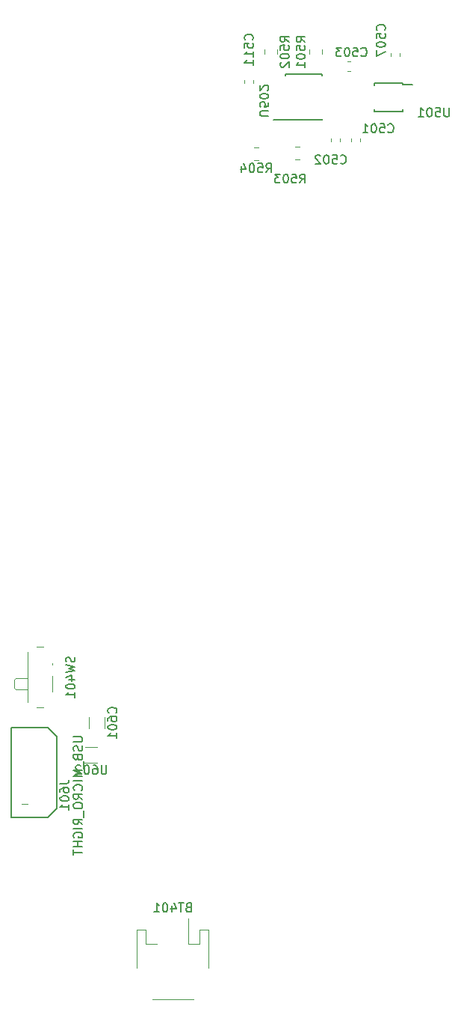
<source format=gbo>
G04 #@! TF.GenerationSoftware,KiCad,Pcbnew,(5.0.2-5)-5*
G04 #@! TF.CreationDate,2019-02-19T21:12:35-08:00*
G04 #@! TF.ProjectId,DC27-badge,44433237-2d62-4616-9467-652e6b696361,rev?*
G04 #@! TF.SameCoordinates,Original*
G04 #@! TF.FileFunction,Legend,Bot*
G04 #@! TF.FilePolarity,Positive*
%FSLAX46Y46*%
G04 Gerber Fmt 4.6, Leading zero omitted, Abs format (unit mm)*
G04 Created by KiCad (PCBNEW (5.0.2-5)-5) date Tuesday, February 19, 2019 at 09:12:35 PM*
%MOMM*%
%LPD*%
G01*
G04 APERTURE LIST*
%ADD10C,0.120000*%
%ADD11C,0.150000*%
%ADD12C,0.127000*%
%ADD13C,0.007620*%
%ADD14C,0.152400*%
G04 APERTURE END LIST*
D10*
G04 #@! TO.C,R501*
X101230000Y-50023922D02*
X101230000Y-50541078D01*
X102650000Y-50023922D02*
X102650000Y-50541078D01*
D11*
G04 #@! TO.C,U502*
X98525000Y-57975000D02*
X98525000Y-57925000D01*
X102675000Y-57975000D02*
X102675000Y-57830000D01*
X102675000Y-52825000D02*
X102675000Y-52970000D01*
X98525000Y-52825000D02*
X98525000Y-52970000D01*
X98525000Y-57975000D02*
X102675000Y-57975000D01*
X98525000Y-52825000D02*
X102675000Y-52825000D01*
X98525000Y-57925000D02*
X97125000Y-57925000D01*
D10*
G04 #@! TO.C,R504*
X94941422Y-61090000D02*
X95458578Y-61090000D01*
X94941422Y-62510000D02*
X95458578Y-62510000D01*
G04 #@! TO.C,R502*
X96120000Y-50521078D02*
X96120000Y-50003922D01*
X97540000Y-50521078D02*
X97540000Y-50003922D01*
G04 #@! TO.C,R503*
X99641422Y-62460000D02*
X100158578Y-62460000D01*
X99641422Y-61040000D02*
X100158578Y-61040000D01*
G04 #@! TO.C,U602*
X75610000Y-130710000D02*
X77160000Y-130710000D01*
X77160000Y-128910000D02*
X75860000Y-128910000D01*
D12*
G04 #@! TO.C,J601*
X67475040Y-136880000D02*
X67475040Y-126720000D01*
X67475040Y-136880000D02*
X71627940Y-136880000D01*
X71627940Y-136880000D02*
X72628700Y-135879239D01*
X72628700Y-135879239D02*
X72628699Y-127720759D01*
X72628699Y-127720759D02*
X71627940Y-126720000D01*
X71627940Y-126720000D02*
X67475040Y-126720000D01*
D13*
X69280980Y-135348380D02*
X68582480Y-135348380D01*
D10*
G04 #@! TO.C,BT401*
X89810000Y-153840000D02*
X89810000Y-149590000D01*
X89810000Y-149590000D02*
X88790000Y-149590000D01*
X88790000Y-149590000D02*
X88790000Y-151190000D01*
X88790000Y-151190000D02*
X87510000Y-151190000D01*
X87510000Y-151190000D02*
X87510000Y-148300000D01*
X81690000Y-153840000D02*
X81690000Y-149590000D01*
X81690000Y-149590000D02*
X82710000Y-149590000D01*
X82710000Y-149590000D02*
X82710000Y-151190000D01*
X82710000Y-151190000D02*
X83990000Y-151190000D01*
X88090000Y-157410000D02*
X83410000Y-157410000D01*
G04 #@! TO.C,SW401*
X72120000Y-119600000D02*
X72120000Y-119400000D01*
X67980000Y-122400000D02*
X67770000Y-122200000D01*
X67980000Y-121100000D02*
X67770000Y-121300000D01*
X69270000Y-122400000D02*
X67980000Y-122400000D01*
X67770000Y-122200000D02*
X67770000Y-121300000D01*
X67980000Y-121100000D02*
X69270000Y-121100000D01*
X69270000Y-123850000D02*
X69270000Y-118150000D01*
X72120000Y-122600000D02*
X72120000Y-120900000D01*
X71070000Y-124450000D02*
X70280000Y-124450000D01*
X70280000Y-117550000D02*
X71070000Y-117550000D01*
G04 #@! TO.C,C511*
X94910000Y-53775279D02*
X94910000Y-53449721D01*
X93890000Y-53775279D02*
X93890000Y-53449721D01*
G04 #@! TO.C,C507*
X111470000Y-50775279D02*
X111470000Y-50449721D01*
X110450000Y-50775279D02*
X110450000Y-50449721D01*
G04 #@! TO.C,C501*
X106960000Y-60059721D02*
X106960000Y-60385279D01*
X105940000Y-60059721D02*
X105940000Y-60385279D01*
G04 #@! TO.C,C502*
X103690000Y-60049721D02*
X103690000Y-60375279D01*
X104710000Y-60049721D02*
X104710000Y-60375279D01*
G04 #@! TO.C,C503*
X105574721Y-51390000D02*
X105900279Y-51390000D01*
X105574721Y-52410000D02*
X105900279Y-52410000D01*
G04 #@! TO.C,C601*
X78030000Y-126762064D02*
X78030000Y-125557936D01*
X76210000Y-126762064D02*
X76210000Y-125557936D01*
D11*
G04 #@! TO.C,U501*
X111825000Y-53775000D02*
X111825000Y-53950000D01*
X108575000Y-53775000D02*
X108575000Y-54050000D01*
X108575000Y-57025000D02*
X108575000Y-56750000D01*
X111825000Y-57025000D02*
X111825000Y-56750000D01*
X111825000Y-53775000D02*
X108575000Y-53775000D01*
X111825000Y-57025000D02*
X108575000Y-57025000D01*
X111825000Y-53950000D02*
X112900000Y-53950000D01*
G04 #@! TO.C,R501*
X100742380Y-49163452D02*
X100266190Y-48830119D01*
X100742380Y-48592023D02*
X99742380Y-48592023D01*
X99742380Y-48972976D01*
X99790000Y-49068214D01*
X99837619Y-49115833D01*
X99932857Y-49163452D01*
X100075714Y-49163452D01*
X100170952Y-49115833D01*
X100218571Y-49068214D01*
X100266190Y-48972976D01*
X100266190Y-48592023D01*
X99742380Y-50068214D02*
X99742380Y-49592023D01*
X100218571Y-49544404D01*
X100170952Y-49592023D01*
X100123333Y-49687261D01*
X100123333Y-49925357D01*
X100170952Y-50020595D01*
X100218571Y-50068214D01*
X100313809Y-50115833D01*
X100551904Y-50115833D01*
X100647142Y-50068214D01*
X100694761Y-50020595D01*
X100742380Y-49925357D01*
X100742380Y-49687261D01*
X100694761Y-49592023D01*
X100647142Y-49544404D01*
X99742380Y-50734880D02*
X99742380Y-50830119D01*
X99790000Y-50925357D01*
X99837619Y-50972976D01*
X99932857Y-51020595D01*
X100123333Y-51068214D01*
X100361428Y-51068214D01*
X100551904Y-51020595D01*
X100647142Y-50972976D01*
X100694761Y-50925357D01*
X100742380Y-50830119D01*
X100742380Y-50734880D01*
X100694761Y-50639642D01*
X100647142Y-50592023D01*
X100551904Y-50544404D01*
X100361428Y-50496785D01*
X100123333Y-50496785D01*
X99932857Y-50544404D01*
X99837619Y-50592023D01*
X99790000Y-50639642D01*
X99742380Y-50734880D01*
X100742380Y-52020595D02*
X100742380Y-51449166D01*
X100742380Y-51734880D02*
X99742380Y-51734880D01*
X99885238Y-51639642D01*
X99980476Y-51544404D01*
X100028095Y-51449166D01*
G04 #@! TO.C,U502*
X96597619Y-57514285D02*
X95788095Y-57514285D01*
X95692857Y-57466666D01*
X95645238Y-57419047D01*
X95597619Y-57323809D01*
X95597619Y-57133333D01*
X95645238Y-57038095D01*
X95692857Y-56990476D01*
X95788095Y-56942857D01*
X96597619Y-56942857D01*
X96597619Y-55990476D02*
X96597619Y-56466666D01*
X96121428Y-56514285D01*
X96169047Y-56466666D01*
X96216666Y-56371428D01*
X96216666Y-56133333D01*
X96169047Y-56038095D01*
X96121428Y-55990476D01*
X96026190Y-55942857D01*
X95788095Y-55942857D01*
X95692857Y-55990476D01*
X95645238Y-56038095D01*
X95597619Y-56133333D01*
X95597619Y-56371428D01*
X95645238Y-56466666D01*
X95692857Y-56514285D01*
X96597619Y-55323809D02*
X96597619Y-55228571D01*
X96550000Y-55133333D01*
X96502380Y-55085714D01*
X96407142Y-55038095D01*
X96216666Y-54990476D01*
X95978571Y-54990476D01*
X95788095Y-55038095D01*
X95692857Y-55085714D01*
X95645238Y-55133333D01*
X95597619Y-55228571D01*
X95597619Y-55323809D01*
X95645238Y-55419047D01*
X95692857Y-55466666D01*
X95788095Y-55514285D01*
X95978571Y-55561904D01*
X96216666Y-55561904D01*
X96407142Y-55514285D01*
X96502380Y-55466666D01*
X96550000Y-55419047D01*
X96597619Y-55323809D01*
X96502380Y-54609523D02*
X96550000Y-54561904D01*
X96597619Y-54466666D01*
X96597619Y-54228571D01*
X96550000Y-54133333D01*
X96502380Y-54085714D01*
X96407142Y-54038095D01*
X96311904Y-54038095D01*
X96169047Y-54085714D01*
X95597619Y-54657142D01*
X95597619Y-54038095D01*
G04 #@! TO.C,R504*
X96319047Y-63902380D02*
X96652380Y-63426190D01*
X96890476Y-63902380D02*
X96890476Y-62902380D01*
X96509523Y-62902380D01*
X96414285Y-62950000D01*
X96366666Y-62997619D01*
X96319047Y-63092857D01*
X96319047Y-63235714D01*
X96366666Y-63330952D01*
X96414285Y-63378571D01*
X96509523Y-63426190D01*
X96890476Y-63426190D01*
X95414285Y-62902380D02*
X95890476Y-62902380D01*
X95938095Y-63378571D01*
X95890476Y-63330952D01*
X95795238Y-63283333D01*
X95557142Y-63283333D01*
X95461904Y-63330952D01*
X95414285Y-63378571D01*
X95366666Y-63473809D01*
X95366666Y-63711904D01*
X95414285Y-63807142D01*
X95461904Y-63854761D01*
X95557142Y-63902380D01*
X95795238Y-63902380D01*
X95890476Y-63854761D01*
X95938095Y-63807142D01*
X94747619Y-62902380D02*
X94652380Y-62902380D01*
X94557142Y-62950000D01*
X94509523Y-62997619D01*
X94461904Y-63092857D01*
X94414285Y-63283333D01*
X94414285Y-63521428D01*
X94461904Y-63711904D01*
X94509523Y-63807142D01*
X94557142Y-63854761D01*
X94652380Y-63902380D01*
X94747619Y-63902380D01*
X94842857Y-63854761D01*
X94890476Y-63807142D01*
X94938095Y-63711904D01*
X94985714Y-63521428D01*
X94985714Y-63283333D01*
X94938095Y-63092857D01*
X94890476Y-62997619D01*
X94842857Y-62950000D01*
X94747619Y-62902380D01*
X93557142Y-63235714D02*
X93557142Y-63902380D01*
X93795238Y-62854761D02*
X94033333Y-63569047D01*
X93414285Y-63569047D01*
G04 #@! TO.C,R502*
X98932380Y-49143452D02*
X98456190Y-48810119D01*
X98932380Y-48572023D02*
X97932380Y-48572023D01*
X97932380Y-48952976D01*
X97980000Y-49048214D01*
X98027619Y-49095833D01*
X98122857Y-49143452D01*
X98265714Y-49143452D01*
X98360952Y-49095833D01*
X98408571Y-49048214D01*
X98456190Y-48952976D01*
X98456190Y-48572023D01*
X97932380Y-50048214D02*
X97932380Y-49572023D01*
X98408571Y-49524404D01*
X98360952Y-49572023D01*
X98313333Y-49667261D01*
X98313333Y-49905357D01*
X98360952Y-50000595D01*
X98408571Y-50048214D01*
X98503809Y-50095833D01*
X98741904Y-50095833D01*
X98837142Y-50048214D01*
X98884761Y-50000595D01*
X98932380Y-49905357D01*
X98932380Y-49667261D01*
X98884761Y-49572023D01*
X98837142Y-49524404D01*
X97932380Y-50714880D02*
X97932380Y-50810119D01*
X97980000Y-50905357D01*
X98027619Y-50952976D01*
X98122857Y-51000595D01*
X98313333Y-51048214D01*
X98551428Y-51048214D01*
X98741904Y-51000595D01*
X98837142Y-50952976D01*
X98884761Y-50905357D01*
X98932380Y-50810119D01*
X98932380Y-50714880D01*
X98884761Y-50619642D01*
X98837142Y-50572023D01*
X98741904Y-50524404D01*
X98551428Y-50476785D01*
X98313333Y-50476785D01*
X98122857Y-50524404D01*
X98027619Y-50572023D01*
X97980000Y-50619642D01*
X97932380Y-50714880D01*
X98027619Y-51429166D02*
X97980000Y-51476785D01*
X97932380Y-51572023D01*
X97932380Y-51810119D01*
X97980000Y-51905357D01*
X98027619Y-51952976D01*
X98122857Y-52000595D01*
X98218095Y-52000595D01*
X98360952Y-51952976D01*
X98932380Y-51381547D01*
X98932380Y-52000595D01*
G04 #@! TO.C,R503*
X100159047Y-65102380D02*
X100492380Y-64626190D01*
X100730476Y-65102380D02*
X100730476Y-64102380D01*
X100349523Y-64102380D01*
X100254285Y-64150000D01*
X100206666Y-64197619D01*
X100159047Y-64292857D01*
X100159047Y-64435714D01*
X100206666Y-64530952D01*
X100254285Y-64578571D01*
X100349523Y-64626190D01*
X100730476Y-64626190D01*
X99254285Y-64102380D02*
X99730476Y-64102380D01*
X99778095Y-64578571D01*
X99730476Y-64530952D01*
X99635238Y-64483333D01*
X99397142Y-64483333D01*
X99301904Y-64530952D01*
X99254285Y-64578571D01*
X99206666Y-64673809D01*
X99206666Y-64911904D01*
X99254285Y-65007142D01*
X99301904Y-65054761D01*
X99397142Y-65102380D01*
X99635238Y-65102380D01*
X99730476Y-65054761D01*
X99778095Y-65007142D01*
X98587619Y-64102380D02*
X98492380Y-64102380D01*
X98397142Y-64150000D01*
X98349523Y-64197619D01*
X98301904Y-64292857D01*
X98254285Y-64483333D01*
X98254285Y-64721428D01*
X98301904Y-64911904D01*
X98349523Y-65007142D01*
X98397142Y-65054761D01*
X98492380Y-65102380D01*
X98587619Y-65102380D01*
X98682857Y-65054761D01*
X98730476Y-65007142D01*
X98778095Y-64911904D01*
X98825714Y-64721428D01*
X98825714Y-64483333D01*
X98778095Y-64292857D01*
X98730476Y-64197619D01*
X98682857Y-64150000D01*
X98587619Y-64102380D01*
X97920952Y-64102380D02*
X97301904Y-64102380D01*
X97635238Y-64483333D01*
X97492380Y-64483333D01*
X97397142Y-64530952D01*
X97349523Y-64578571D01*
X97301904Y-64673809D01*
X97301904Y-64911904D01*
X97349523Y-65007142D01*
X97397142Y-65054761D01*
X97492380Y-65102380D01*
X97778095Y-65102380D01*
X97873333Y-65054761D01*
X97920952Y-65007142D01*
G04 #@! TO.C,U602*
X78224285Y-130962380D02*
X78224285Y-131771904D01*
X78176666Y-131867142D01*
X78129047Y-131914761D01*
X78033809Y-131962380D01*
X77843333Y-131962380D01*
X77748095Y-131914761D01*
X77700476Y-131867142D01*
X77652857Y-131771904D01*
X77652857Y-130962380D01*
X76748095Y-130962380D02*
X76938571Y-130962380D01*
X77033809Y-131010000D01*
X77081428Y-131057619D01*
X77176666Y-131200476D01*
X77224285Y-131390952D01*
X77224285Y-131771904D01*
X77176666Y-131867142D01*
X77129047Y-131914761D01*
X77033809Y-131962380D01*
X76843333Y-131962380D01*
X76748095Y-131914761D01*
X76700476Y-131867142D01*
X76652857Y-131771904D01*
X76652857Y-131533809D01*
X76700476Y-131438571D01*
X76748095Y-131390952D01*
X76843333Y-131343333D01*
X77033809Y-131343333D01*
X77129047Y-131390952D01*
X77176666Y-131438571D01*
X77224285Y-131533809D01*
X76033809Y-130962380D02*
X75938571Y-130962380D01*
X75843333Y-131010000D01*
X75795714Y-131057619D01*
X75748095Y-131152857D01*
X75700476Y-131343333D01*
X75700476Y-131581428D01*
X75748095Y-131771904D01*
X75795714Y-131867142D01*
X75843333Y-131914761D01*
X75938571Y-131962380D01*
X76033809Y-131962380D01*
X76129047Y-131914761D01*
X76176666Y-131867142D01*
X76224285Y-131771904D01*
X76271904Y-131581428D01*
X76271904Y-131343333D01*
X76224285Y-131152857D01*
X76176666Y-131057619D01*
X76129047Y-131010000D01*
X76033809Y-130962380D01*
X75319523Y-131057619D02*
X75271904Y-131010000D01*
X75176666Y-130962380D01*
X74938571Y-130962380D01*
X74843333Y-131010000D01*
X74795714Y-131057619D01*
X74748095Y-131152857D01*
X74748095Y-131248095D01*
X74795714Y-131390952D01*
X75367142Y-131962380D01*
X74748095Y-131962380D01*
G04 #@! TO.C,J601*
D14*
X72979099Y-133033714D02*
X73704813Y-133033714D01*
X73849956Y-132985333D01*
X73946718Y-132888571D01*
X73995099Y-132743428D01*
X73995099Y-132646666D01*
X72979099Y-133952952D02*
X72979099Y-133759428D01*
X73027480Y-133662666D01*
X73075860Y-133614285D01*
X73221003Y-133517523D01*
X73414527Y-133469142D01*
X73801575Y-133469142D01*
X73898337Y-133517523D01*
X73946718Y-133565904D01*
X73995099Y-133662666D01*
X73995099Y-133856190D01*
X73946718Y-133952952D01*
X73898337Y-134001333D01*
X73801575Y-134049714D01*
X73559670Y-134049714D01*
X73462908Y-134001333D01*
X73414527Y-133952952D01*
X73366146Y-133856190D01*
X73366146Y-133662666D01*
X73414527Y-133565904D01*
X73462908Y-133517523D01*
X73559670Y-133469142D01*
X72979099Y-134678666D02*
X72979099Y-134775428D01*
X73027480Y-134872190D01*
X73075860Y-134920571D01*
X73172622Y-134968952D01*
X73366146Y-135017333D01*
X73608051Y-135017333D01*
X73801575Y-134968952D01*
X73898337Y-134920571D01*
X73946718Y-134872190D01*
X73995099Y-134775428D01*
X73995099Y-134678666D01*
X73946718Y-134581904D01*
X73898337Y-134533523D01*
X73801575Y-134485142D01*
X73608051Y-134436761D01*
X73366146Y-134436761D01*
X73172622Y-134485142D01*
X73075860Y-134533523D01*
X73027480Y-134581904D01*
X72979099Y-134678666D01*
X73995099Y-135984952D02*
X73995099Y-135404380D01*
X73995099Y-135694666D02*
X72979099Y-135694666D01*
X73124241Y-135597904D01*
X73221003Y-135501142D01*
X73269384Y-135404380D01*
X74503099Y-127736000D02*
X75325575Y-127736000D01*
X75422337Y-127784380D01*
X75470718Y-127832761D01*
X75519099Y-127929523D01*
X75519099Y-128123047D01*
X75470718Y-128219809D01*
X75422337Y-128268190D01*
X75325575Y-128316571D01*
X74503099Y-128316571D01*
X75470718Y-128752000D02*
X75519099Y-128897142D01*
X75519099Y-129139047D01*
X75470718Y-129235809D01*
X75422337Y-129284190D01*
X75325575Y-129332571D01*
X75228813Y-129332571D01*
X75132051Y-129284190D01*
X75083670Y-129235809D01*
X75035289Y-129139047D01*
X74986908Y-128945523D01*
X74938527Y-128848761D01*
X74890146Y-128800380D01*
X74793384Y-128752000D01*
X74696622Y-128752000D01*
X74599860Y-128800380D01*
X74551480Y-128848761D01*
X74503099Y-128945523D01*
X74503099Y-129187428D01*
X74551480Y-129332571D01*
X74986908Y-130106666D02*
X75035289Y-130251809D01*
X75083670Y-130300190D01*
X75180432Y-130348571D01*
X75325575Y-130348571D01*
X75422337Y-130300190D01*
X75470718Y-130251809D01*
X75519099Y-130155047D01*
X75519099Y-129768000D01*
X74503099Y-129768000D01*
X74503099Y-130106666D01*
X74551480Y-130203428D01*
X74599860Y-130251809D01*
X74696622Y-130300190D01*
X74793384Y-130300190D01*
X74890146Y-130251809D01*
X74938527Y-130203428D01*
X74986908Y-130106666D01*
X74986908Y-129768000D01*
X75615860Y-130542095D02*
X75615860Y-131316190D01*
X75519099Y-131558095D02*
X74503099Y-131558095D01*
X75228813Y-131896761D01*
X74503099Y-132235428D01*
X75519099Y-132235428D01*
X75519099Y-132719238D02*
X74503099Y-132719238D01*
X75422337Y-133783619D02*
X75470718Y-133735238D01*
X75519099Y-133590095D01*
X75519099Y-133493333D01*
X75470718Y-133348190D01*
X75373956Y-133251428D01*
X75277194Y-133203047D01*
X75083670Y-133154666D01*
X74938527Y-133154666D01*
X74745003Y-133203047D01*
X74648241Y-133251428D01*
X74551480Y-133348190D01*
X74503099Y-133493333D01*
X74503099Y-133590095D01*
X74551480Y-133735238D01*
X74599860Y-133783619D01*
X75519099Y-134799619D02*
X75035289Y-134460952D01*
X75519099Y-134219047D02*
X74503099Y-134219047D01*
X74503099Y-134606095D01*
X74551480Y-134702857D01*
X74599860Y-134751238D01*
X74696622Y-134799619D01*
X74841765Y-134799619D01*
X74938527Y-134751238D01*
X74986908Y-134702857D01*
X75035289Y-134606095D01*
X75035289Y-134219047D01*
X74503099Y-135428571D02*
X74503099Y-135622095D01*
X74551480Y-135718857D01*
X74648241Y-135815619D01*
X74841765Y-135864000D01*
X75180432Y-135864000D01*
X75373956Y-135815619D01*
X75470718Y-135718857D01*
X75519099Y-135622095D01*
X75519099Y-135428571D01*
X75470718Y-135331809D01*
X75373956Y-135235047D01*
X75180432Y-135186666D01*
X74841765Y-135186666D01*
X74648241Y-135235047D01*
X74551480Y-135331809D01*
X74503099Y-135428571D01*
X75615860Y-136057523D02*
X75615860Y-136831619D01*
X75519099Y-137654095D02*
X75035289Y-137315428D01*
X75519099Y-137073523D02*
X74503099Y-137073523D01*
X74503099Y-137460571D01*
X74551480Y-137557333D01*
X74599860Y-137605714D01*
X74696622Y-137654095D01*
X74841765Y-137654095D01*
X74938527Y-137605714D01*
X74986908Y-137557333D01*
X75035289Y-137460571D01*
X75035289Y-137073523D01*
X75519099Y-138089523D02*
X74503099Y-138089523D01*
X74551480Y-139105523D02*
X74503099Y-139008761D01*
X74503099Y-138863619D01*
X74551480Y-138718476D01*
X74648241Y-138621714D01*
X74745003Y-138573333D01*
X74938527Y-138524952D01*
X75083670Y-138524952D01*
X75277194Y-138573333D01*
X75373956Y-138621714D01*
X75470718Y-138718476D01*
X75519099Y-138863619D01*
X75519099Y-138960380D01*
X75470718Y-139105523D01*
X75422337Y-139153904D01*
X75083670Y-139153904D01*
X75083670Y-138960380D01*
X75519099Y-139589333D02*
X74503099Y-139589333D01*
X74986908Y-139589333D02*
X74986908Y-140169904D01*
X75519099Y-140169904D02*
X74503099Y-140169904D01*
X74503099Y-140508571D02*
X74503099Y-141089142D01*
X75519099Y-140798857D02*
X74503099Y-140798857D01*
G04 #@! TO.C,BT401*
D11*
X87488095Y-147028571D02*
X87345238Y-147076190D01*
X87297619Y-147123809D01*
X87250000Y-147219047D01*
X87250000Y-147361904D01*
X87297619Y-147457142D01*
X87345238Y-147504761D01*
X87440476Y-147552380D01*
X87821428Y-147552380D01*
X87821428Y-146552380D01*
X87488095Y-146552380D01*
X87392857Y-146600000D01*
X87345238Y-146647619D01*
X87297619Y-146742857D01*
X87297619Y-146838095D01*
X87345238Y-146933333D01*
X87392857Y-146980952D01*
X87488095Y-147028571D01*
X87821428Y-147028571D01*
X86964285Y-146552380D02*
X86392857Y-146552380D01*
X86678571Y-147552380D02*
X86678571Y-146552380D01*
X85630952Y-146885714D02*
X85630952Y-147552380D01*
X85869047Y-146504761D02*
X86107142Y-147219047D01*
X85488095Y-147219047D01*
X84916666Y-146552380D02*
X84821428Y-146552380D01*
X84726190Y-146600000D01*
X84678571Y-146647619D01*
X84630952Y-146742857D01*
X84583333Y-146933333D01*
X84583333Y-147171428D01*
X84630952Y-147361904D01*
X84678571Y-147457142D01*
X84726190Y-147504761D01*
X84821428Y-147552380D01*
X84916666Y-147552380D01*
X85011904Y-147504761D01*
X85059523Y-147457142D01*
X85107142Y-147361904D01*
X85154761Y-147171428D01*
X85154761Y-146933333D01*
X85107142Y-146742857D01*
X85059523Y-146647619D01*
X85011904Y-146600000D01*
X84916666Y-146552380D01*
X83630952Y-147552380D02*
X84202380Y-147552380D01*
X83916666Y-147552380D02*
X83916666Y-146552380D01*
X84011904Y-146695238D01*
X84107142Y-146790476D01*
X84202380Y-146838095D01*
G04 #@! TO.C,SW401*
X74604761Y-118714285D02*
X74652380Y-118857142D01*
X74652380Y-119095238D01*
X74604761Y-119190476D01*
X74557142Y-119238095D01*
X74461904Y-119285714D01*
X74366666Y-119285714D01*
X74271428Y-119238095D01*
X74223809Y-119190476D01*
X74176190Y-119095238D01*
X74128571Y-118904761D01*
X74080952Y-118809523D01*
X74033333Y-118761904D01*
X73938095Y-118714285D01*
X73842857Y-118714285D01*
X73747619Y-118761904D01*
X73700000Y-118809523D01*
X73652380Y-118904761D01*
X73652380Y-119142857D01*
X73700000Y-119285714D01*
X73652380Y-119619047D02*
X74652380Y-119857142D01*
X73938095Y-120047619D01*
X74652380Y-120238095D01*
X73652380Y-120476190D01*
X73985714Y-121285714D02*
X74652380Y-121285714D01*
X73604761Y-121047619D02*
X74319047Y-120809523D01*
X74319047Y-121428571D01*
X73652380Y-122000000D02*
X73652380Y-122095238D01*
X73700000Y-122190476D01*
X73747619Y-122238095D01*
X73842857Y-122285714D01*
X74033333Y-122333333D01*
X74271428Y-122333333D01*
X74461904Y-122285714D01*
X74557142Y-122238095D01*
X74604761Y-122190476D01*
X74652380Y-122095238D01*
X74652380Y-122000000D01*
X74604761Y-121904761D01*
X74557142Y-121857142D01*
X74461904Y-121809523D01*
X74271428Y-121761904D01*
X74033333Y-121761904D01*
X73842857Y-121809523D01*
X73747619Y-121857142D01*
X73700000Y-121904761D01*
X73652380Y-122000000D01*
X74652380Y-123285714D02*
X74652380Y-122714285D01*
X74652380Y-123000000D02*
X73652380Y-123000000D01*
X73795238Y-122904761D01*
X73890476Y-122809523D01*
X73938095Y-122714285D01*
G04 #@! TO.C,C511*
X94757142Y-48905952D02*
X94804761Y-48858333D01*
X94852380Y-48715476D01*
X94852380Y-48620238D01*
X94804761Y-48477380D01*
X94709523Y-48382142D01*
X94614285Y-48334523D01*
X94423809Y-48286904D01*
X94280952Y-48286904D01*
X94090476Y-48334523D01*
X93995238Y-48382142D01*
X93900000Y-48477380D01*
X93852380Y-48620238D01*
X93852380Y-48715476D01*
X93900000Y-48858333D01*
X93947619Y-48905952D01*
X93852380Y-49810714D02*
X93852380Y-49334523D01*
X94328571Y-49286904D01*
X94280952Y-49334523D01*
X94233333Y-49429761D01*
X94233333Y-49667857D01*
X94280952Y-49763095D01*
X94328571Y-49810714D01*
X94423809Y-49858333D01*
X94661904Y-49858333D01*
X94757142Y-49810714D01*
X94804761Y-49763095D01*
X94852380Y-49667857D01*
X94852380Y-49429761D01*
X94804761Y-49334523D01*
X94757142Y-49286904D01*
X94852380Y-50810714D02*
X94852380Y-50239285D01*
X94852380Y-50525000D02*
X93852380Y-50525000D01*
X93995238Y-50429761D01*
X94090476Y-50334523D01*
X94138095Y-50239285D01*
X94852380Y-51763095D02*
X94852380Y-51191666D01*
X94852380Y-51477380D02*
X93852380Y-51477380D01*
X93995238Y-51382142D01*
X94090476Y-51286904D01*
X94138095Y-51191666D01*
G04 #@! TO.C,C507*
X109737142Y-47810952D02*
X109784761Y-47763333D01*
X109832380Y-47620476D01*
X109832380Y-47525238D01*
X109784761Y-47382380D01*
X109689523Y-47287142D01*
X109594285Y-47239523D01*
X109403809Y-47191904D01*
X109260952Y-47191904D01*
X109070476Y-47239523D01*
X108975238Y-47287142D01*
X108880000Y-47382380D01*
X108832380Y-47525238D01*
X108832380Y-47620476D01*
X108880000Y-47763333D01*
X108927619Y-47810952D01*
X108832380Y-48715714D02*
X108832380Y-48239523D01*
X109308571Y-48191904D01*
X109260952Y-48239523D01*
X109213333Y-48334761D01*
X109213333Y-48572857D01*
X109260952Y-48668095D01*
X109308571Y-48715714D01*
X109403809Y-48763333D01*
X109641904Y-48763333D01*
X109737142Y-48715714D01*
X109784761Y-48668095D01*
X109832380Y-48572857D01*
X109832380Y-48334761D01*
X109784761Y-48239523D01*
X109737142Y-48191904D01*
X108832380Y-49382380D02*
X108832380Y-49477619D01*
X108880000Y-49572857D01*
X108927619Y-49620476D01*
X109022857Y-49668095D01*
X109213333Y-49715714D01*
X109451428Y-49715714D01*
X109641904Y-49668095D01*
X109737142Y-49620476D01*
X109784761Y-49572857D01*
X109832380Y-49477619D01*
X109832380Y-49382380D01*
X109784761Y-49287142D01*
X109737142Y-49239523D01*
X109641904Y-49191904D01*
X109451428Y-49144285D01*
X109213333Y-49144285D01*
X109022857Y-49191904D01*
X108927619Y-49239523D01*
X108880000Y-49287142D01*
X108832380Y-49382380D01*
X108832380Y-50049047D02*
X108832380Y-50715714D01*
X109832380Y-50287142D01*
G04 #@! TO.C,C501*
X110139047Y-59317142D02*
X110186666Y-59364761D01*
X110329523Y-59412380D01*
X110424761Y-59412380D01*
X110567619Y-59364761D01*
X110662857Y-59269523D01*
X110710476Y-59174285D01*
X110758095Y-58983809D01*
X110758095Y-58840952D01*
X110710476Y-58650476D01*
X110662857Y-58555238D01*
X110567619Y-58460000D01*
X110424761Y-58412380D01*
X110329523Y-58412380D01*
X110186666Y-58460000D01*
X110139047Y-58507619D01*
X109234285Y-58412380D02*
X109710476Y-58412380D01*
X109758095Y-58888571D01*
X109710476Y-58840952D01*
X109615238Y-58793333D01*
X109377142Y-58793333D01*
X109281904Y-58840952D01*
X109234285Y-58888571D01*
X109186666Y-58983809D01*
X109186666Y-59221904D01*
X109234285Y-59317142D01*
X109281904Y-59364761D01*
X109377142Y-59412380D01*
X109615238Y-59412380D01*
X109710476Y-59364761D01*
X109758095Y-59317142D01*
X108567619Y-58412380D02*
X108472380Y-58412380D01*
X108377142Y-58460000D01*
X108329523Y-58507619D01*
X108281904Y-58602857D01*
X108234285Y-58793333D01*
X108234285Y-59031428D01*
X108281904Y-59221904D01*
X108329523Y-59317142D01*
X108377142Y-59364761D01*
X108472380Y-59412380D01*
X108567619Y-59412380D01*
X108662857Y-59364761D01*
X108710476Y-59317142D01*
X108758095Y-59221904D01*
X108805714Y-59031428D01*
X108805714Y-58793333D01*
X108758095Y-58602857D01*
X108710476Y-58507619D01*
X108662857Y-58460000D01*
X108567619Y-58412380D01*
X107281904Y-59412380D02*
X107853333Y-59412380D01*
X107567619Y-59412380D02*
X107567619Y-58412380D01*
X107662857Y-58555238D01*
X107758095Y-58650476D01*
X107853333Y-58698095D01*
G04 #@! TO.C,C502*
X104769047Y-62857142D02*
X104816666Y-62904761D01*
X104959523Y-62952380D01*
X105054761Y-62952380D01*
X105197619Y-62904761D01*
X105292857Y-62809523D01*
X105340476Y-62714285D01*
X105388095Y-62523809D01*
X105388095Y-62380952D01*
X105340476Y-62190476D01*
X105292857Y-62095238D01*
X105197619Y-62000000D01*
X105054761Y-61952380D01*
X104959523Y-61952380D01*
X104816666Y-62000000D01*
X104769047Y-62047619D01*
X103864285Y-61952380D02*
X104340476Y-61952380D01*
X104388095Y-62428571D01*
X104340476Y-62380952D01*
X104245238Y-62333333D01*
X104007142Y-62333333D01*
X103911904Y-62380952D01*
X103864285Y-62428571D01*
X103816666Y-62523809D01*
X103816666Y-62761904D01*
X103864285Y-62857142D01*
X103911904Y-62904761D01*
X104007142Y-62952380D01*
X104245238Y-62952380D01*
X104340476Y-62904761D01*
X104388095Y-62857142D01*
X103197619Y-61952380D02*
X103102380Y-61952380D01*
X103007142Y-62000000D01*
X102959523Y-62047619D01*
X102911904Y-62142857D01*
X102864285Y-62333333D01*
X102864285Y-62571428D01*
X102911904Y-62761904D01*
X102959523Y-62857142D01*
X103007142Y-62904761D01*
X103102380Y-62952380D01*
X103197619Y-62952380D01*
X103292857Y-62904761D01*
X103340476Y-62857142D01*
X103388095Y-62761904D01*
X103435714Y-62571428D01*
X103435714Y-62333333D01*
X103388095Y-62142857D01*
X103340476Y-62047619D01*
X103292857Y-62000000D01*
X103197619Y-61952380D01*
X102483333Y-62047619D02*
X102435714Y-62000000D01*
X102340476Y-61952380D01*
X102102380Y-61952380D01*
X102007142Y-62000000D01*
X101959523Y-62047619D01*
X101911904Y-62142857D01*
X101911904Y-62238095D01*
X101959523Y-62380952D01*
X102530952Y-62952380D01*
X101911904Y-62952380D01*
G04 #@! TO.C,C503*
X107099047Y-50697142D02*
X107146666Y-50744761D01*
X107289523Y-50792380D01*
X107384761Y-50792380D01*
X107527619Y-50744761D01*
X107622857Y-50649523D01*
X107670476Y-50554285D01*
X107718095Y-50363809D01*
X107718095Y-50220952D01*
X107670476Y-50030476D01*
X107622857Y-49935238D01*
X107527619Y-49840000D01*
X107384761Y-49792380D01*
X107289523Y-49792380D01*
X107146666Y-49840000D01*
X107099047Y-49887619D01*
X106194285Y-49792380D02*
X106670476Y-49792380D01*
X106718095Y-50268571D01*
X106670476Y-50220952D01*
X106575238Y-50173333D01*
X106337142Y-50173333D01*
X106241904Y-50220952D01*
X106194285Y-50268571D01*
X106146666Y-50363809D01*
X106146666Y-50601904D01*
X106194285Y-50697142D01*
X106241904Y-50744761D01*
X106337142Y-50792380D01*
X106575238Y-50792380D01*
X106670476Y-50744761D01*
X106718095Y-50697142D01*
X105527619Y-49792380D02*
X105432380Y-49792380D01*
X105337142Y-49840000D01*
X105289523Y-49887619D01*
X105241904Y-49982857D01*
X105194285Y-50173333D01*
X105194285Y-50411428D01*
X105241904Y-50601904D01*
X105289523Y-50697142D01*
X105337142Y-50744761D01*
X105432380Y-50792380D01*
X105527619Y-50792380D01*
X105622857Y-50744761D01*
X105670476Y-50697142D01*
X105718095Y-50601904D01*
X105765714Y-50411428D01*
X105765714Y-50173333D01*
X105718095Y-49982857D01*
X105670476Y-49887619D01*
X105622857Y-49840000D01*
X105527619Y-49792380D01*
X104860952Y-49792380D02*
X104241904Y-49792380D01*
X104575238Y-50173333D01*
X104432380Y-50173333D01*
X104337142Y-50220952D01*
X104289523Y-50268571D01*
X104241904Y-50363809D01*
X104241904Y-50601904D01*
X104289523Y-50697142D01*
X104337142Y-50744761D01*
X104432380Y-50792380D01*
X104718095Y-50792380D01*
X104813333Y-50744761D01*
X104860952Y-50697142D01*
G04 #@! TO.C,C601*
X79297142Y-125040952D02*
X79344761Y-124993333D01*
X79392380Y-124850476D01*
X79392380Y-124755238D01*
X79344761Y-124612380D01*
X79249523Y-124517142D01*
X79154285Y-124469523D01*
X78963809Y-124421904D01*
X78820952Y-124421904D01*
X78630476Y-124469523D01*
X78535238Y-124517142D01*
X78440000Y-124612380D01*
X78392380Y-124755238D01*
X78392380Y-124850476D01*
X78440000Y-124993333D01*
X78487619Y-125040952D01*
X78392380Y-125898095D02*
X78392380Y-125707619D01*
X78440000Y-125612380D01*
X78487619Y-125564761D01*
X78630476Y-125469523D01*
X78820952Y-125421904D01*
X79201904Y-125421904D01*
X79297142Y-125469523D01*
X79344761Y-125517142D01*
X79392380Y-125612380D01*
X79392380Y-125802857D01*
X79344761Y-125898095D01*
X79297142Y-125945714D01*
X79201904Y-125993333D01*
X78963809Y-125993333D01*
X78868571Y-125945714D01*
X78820952Y-125898095D01*
X78773333Y-125802857D01*
X78773333Y-125612380D01*
X78820952Y-125517142D01*
X78868571Y-125469523D01*
X78963809Y-125421904D01*
X78392380Y-126612380D02*
X78392380Y-126707619D01*
X78440000Y-126802857D01*
X78487619Y-126850476D01*
X78582857Y-126898095D01*
X78773333Y-126945714D01*
X79011428Y-126945714D01*
X79201904Y-126898095D01*
X79297142Y-126850476D01*
X79344761Y-126802857D01*
X79392380Y-126707619D01*
X79392380Y-126612380D01*
X79344761Y-126517142D01*
X79297142Y-126469523D01*
X79201904Y-126421904D01*
X79011428Y-126374285D01*
X78773333Y-126374285D01*
X78582857Y-126421904D01*
X78487619Y-126469523D01*
X78440000Y-126517142D01*
X78392380Y-126612380D01*
X79392380Y-127898095D02*
X79392380Y-127326666D01*
X79392380Y-127612380D02*
X78392380Y-127612380D01*
X78535238Y-127517142D01*
X78630476Y-127421904D01*
X78678095Y-127326666D01*
G04 #@! TO.C,U501*
X117064285Y-56602380D02*
X117064285Y-57411904D01*
X117016666Y-57507142D01*
X116969047Y-57554761D01*
X116873809Y-57602380D01*
X116683333Y-57602380D01*
X116588095Y-57554761D01*
X116540476Y-57507142D01*
X116492857Y-57411904D01*
X116492857Y-56602380D01*
X115540476Y-56602380D02*
X116016666Y-56602380D01*
X116064285Y-57078571D01*
X116016666Y-57030952D01*
X115921428Y-56983333D01*
X115683333Y-56983333D01*
X115588095Y-57030952D01*
X115540476Y-57078571D01*
X115492857Y-57173809D01*
X115492857Y-57411904D01*
X115540476Y-57507142D01*
X115588095Y-57554761D01*
X115683333Y-57602380D01*
X115921428Y-57602380D01*
X116016666Y-57554761D01*
X116064285Y-57507142D01*
X114873809Y-56602380D02*
X114778571Y-56602380D01*
X114683333Y-56650000D01*
X114635714Y-56697619D01*
X114588095Y-56792857D01*
X114540476Y-56983333D01*
X114540476Y-57221428D01*
X114588095Y-57411904D01*
X114635714Y-57507142D01*
X114683333Y-57554761D01*
X114778571Y-57602380D01*
X114873809Y-57602380D01*
X114969047Y-57554761D01*
X115016666Y-57507142D01*
X115064285Y-57411904D01*
X115111904Y-57221428D01*
X115111904Y-56983333D01*
X115064285Y-56792857D01*
X115016666Y-56697619D01*
X114969047Y-56650000D01*
X114873809Y-56602380D01*
X113588095Y-57602380D02*
X114159523Y-57602380D01*
X113873809Y-57602380D02*
X113873809Y-56602380D01*
X113969047Y-56745238D01*
X114064285Y-56840476D01*
X114159523Y-56888095D01*
G04 #@! TD*
M02*

</source>
